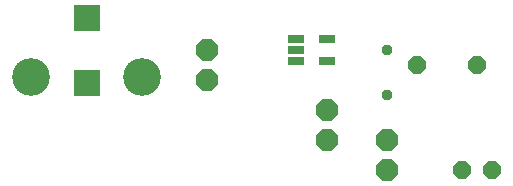
<source format=gts>
G75*
%MOIN*%
%OFA0B0*%
%FSLAX25Y25*%
%IPPOS*%
%LPD*%
%AMOC8*
5,1,8,0,0,1.08239X$1,22.5*
%
%ADD10OC8,0.07100*%
%ADD11OC8,0.06000*%
%ADD12R,0.05524X0.02965*%
%ADD13R,0.09068X0.09068*%
%ADD14C,0.12611*%
%ADD15C,0.03778*%
D10*
X0082000Y0067000D03*
X0082000Y0077000D03*
X0122000Y0057000D03*
X0122000Y0047000D03*
X0142000Y0047000D03*
X0142000Y0037000D03*
D11*
X0167000Y0037000D03*
X0177000Y0037000D03*
X0172000Y0072000D03*
X0152000Y0072000D03*
D12*
X0122118Y0073260D03*
X0111882Y0073260D03*
X0111882Y0077000D03*
X0111882Y0080740D03*
X0122118Y0080740D03*
D13*
X0042000Y0066173D03*
X0042000Y0087827D03*
D14*
X0023496Y0067984D03*
X0060504Y0067984D03*
D15*
X0142000Y0062000D03*
X0142000Y0077000D03*
M02*

</source>
